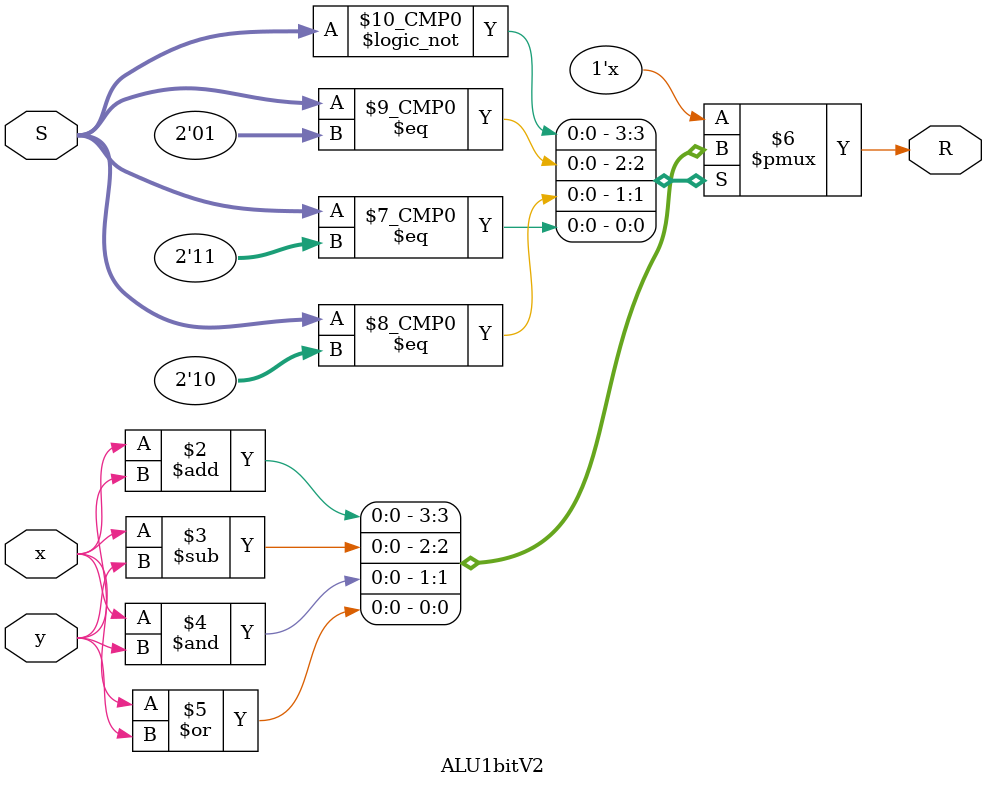
<source format=v>
module ALU1bitV2(x,y,S,R);
	input		x,y;
	input	[1:0]	S;
	output	reg	R;

	always@(*)
	begin
		case (S)
			2'b00	:	R <= x+y;
			2'b01	:	R <= x-y;
			2'b10	:	R <= x&y;
			2'b11	:	R <= x|y;
			default	:	R <= 1'bz;
		endcase
	end
endmodule
</source>
